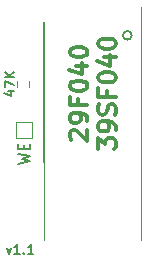
<source format=gbr>
G04 #@! TF.GenerationSoftware,KiCad,Pcbnew,(6.0.1-0)*
G04 #@! TF.CreationDate,2022-03-15T16:51:42-04:00*
G04 #@! TF.ProjectId,MBC1-TSOP32,4d424331-2d54-4534-9f50-33322e6b6963,rev?*
G04 #@! TF.SameCoordinates,Original*
G04 #@! TF.FileFunction,Legend,Top*
G04 #@! TF.FilePolarity,Positive*
%FSLAX46Y46*%
G04 Gerber Fmt 4.6, Leading zero omitted, Abs format (unit mm)*
G04 Created by KiCad (PCBNEW (6.0.1-0)) date 2022-03-15 16:51:42*
%MOMM*%
%LPD*%
G01*
G04 APERTURE LIST*
%ADD10C,0.200000*%
%ADD11C,0.150000*%
%ADD12C,0.300000*%
%ADD13C,0.120000*%
%ADD14C,0.100000*%
G04 APERTURE END LIST*
D10*
X117271652Y-50803349D02*
G75*
G03*
X117271652Y-50803349I-371652J0D01*
G01*
D11*
X106788571Y-55538571D02*
X107321904Y-55538571D01*
X106483809Y-55729047D02*
X107055238Y-55919523D01*
X107055238Y-55424285D01*
X106521904Y-55195714D02*
X106521904Y-54662380D01*
X107321904Y-55005238D01*
X107321904Y-54357619D02*
X106521904Y-54357619D01*
X107321904Y-53900476D02*
X106864761Y-54243333D01*
X106521904Y-53900476D02*
X106979047Y-54357619D01*
D12*
X112163928Y-59653571D02*
X112092500Y-59582142D01*
X112021071Y-59439285D01*
X112021071Y-59082142D01*
X112092500Y-58939285D01*
X112163928Y-58867857D01*
X112306785Y-58796428D01*
X112449642Y-58796428D01*
X112663928Y-58867857D01*
X113521071Y-59725000D01*
X113521071Y-58796428D01*
X113521071Y-58082142D02*
X113521071Y-57796428D01*
X113449642Y-57653571D01*
X113378214Y-57582142D01*
X113163928Y-57439285D01*
X112878214Y-57367857D01*
X112306785Y-57367857D01*
X112163928Y-57439285D01*
X112092500Y-57510714D01*
X112021071Y-57653571D01*
X112021071Y-57939285D01*
X112092500Y-58082142D01*
X112163928Y-58153571D01*
X112306785Y-58225000D01*
X112663928Y-58225000D01*
X112806785Y-58153571D01*
X112878214Y-58082142D01*
X112949642Y-57939285D01*
X112949642Y-57653571D01*
X112878214Y-57510714D01*
X112806785Y-57439285D01*
X112663928Y-57367857D01*
X112735357Y-56225000D02*
X112735357Y-56725000D01*
X113521071Y-56725000D02*
X112021071Y-56725000D01*
X112021071Y-56010714D01*
X112021071Y-55153571D02*
X112021071Y-55010714D01*
X112092500Y-54867857D01*
X112163928Y-54796428D01*
X112306785Y-54725000D01*
X112592500Y-54653571D01*
X112949642Y-54653571D01*
X113235357Y-54725000D01*
X113378214Y-54796428D01*
X113449642Y-54867857D01*
X113521071Y-55010714D01*
X113521071Y-55153571D01*
X113449642Y-55296428D01*
X113378214Y-55367857D01*
X113235357Y-55439285D01*
X112949642Y-55510714D01*
X112592500Y-55510714D01*
X112306785Y-55439285D01*
X112163928Y-55367857D01*
X112092500Y-55296428D01*
X112021071Y-55153571D01*
X112521071Y-53367857D02*
X113521071Y-53367857D01*
X111949642Y-53725000D02*
X113021071Y-54082142D01*
X113021071Y-53153571D01*
X112021071Y-52296428D02*
X112021071Y-52153571D01*
X112092500Y-52010714D01*
X112163928Y-51939285D01*
X112306785Y-51867857D01*
X112592500Y-51796428D01*
X112949642Y-51796428D01*
X113235357Y-51867857D01*
X113378214Y-51939285D01*
X113449642Y-52010714D01*
X113521071Y-52153571D01*
X113521071Y-52296428D01*
X113449642Y-52439285D01*
X113378214Y-52510714D01*
X113235357Y-52582142D01*
X112949642Y-52653571D01*
X112592500Y-52653571D01*
X112306785Y-52582142D01*
X112163928Y-52510714D01*
X112092500Y-52439285D01*
X112021071Y-52296428D01*
X114436071Y-60439285D02*
X114436071Y-59510714D01*
X115007500Y-60010714D01*
X115007500Y-59796428D01*
X115078928Y-59653571D01*
X115150357Y-59582142D01*
X115293214Y-59510714D01*
X115650357Y-59510714D01*
X115793214Y-59582142D01*
X115864642Y-59653571D01*
X115936071Y-59796428D01*
X115936071Y-60225000D01*
X115864642Y-60367857D01*
X115793214Y-60439285D01*
X115936071Y-58796428D02*
X115936071Y-58510714D01*
X115864642Y-58367857D01*
X115793214Y-58296428D01*
X115578928Y-58153571D01*
X115293214Y-58082142D01*
X114721785Y-58082142D01*
X114578928Y-58153571D01*
X114507500Y-58225000D01*
X114436071Y-58367857D01*
X114436071Y-58653571D01*
X114507500Y-58796428D01*
X114578928Y-58867857D01*
X114721785Y-58939285D01*
X115078928Y-58939285D01*
X115221785Y-58867857D01*
X115293214Y-58796428D01*
X115364642Y-58653571D01*
X115364642Y-58367857D01*
X115293214Y-58225000D01*
X115221785Y-58153571D01*
X115078928Y-58082142D01*
X115864642Y-57510714D02*
X115936071Y-57296428D01*
X115936071Y-56939285D01*
X115864642Y-56796428D01*
X115793214Y-56725000D01*
X115650357Y-56653571D01*
X115507500Y-56653571D01*
X115364642Y-56725000D01*
X115293214Y-56796428D01*
X115221785Y-56939285D01*
X115150357Y-57225000D01*
X115078928Y-57367857D01*
X115007500Y-57439285D01*
X114864642Y-57510714D01*
X114721785Y-57510714D01*
X114578928Y-57439285D01*
X114507500Y-57367857D01*
X114436071Y-57225000D01*
X114436071Y-56867857D01*
X114507500Y-56653571D01*
X115150357Y-55510714D02*
X115150357Y-56010714D01*
X115936071Y-56010714D02*
X114436071Y-56010714D01*
X114436071Y-55296428D01*
X114436071Y-54439285D02*
X114436071Y-54296428D01*
X114507500Y-54153571D01*
X114578928Y-54082142D01*
X114721785Y-54010714D01*
X115007500Y-53939285D01*
X115364642Y-53939285D01*
X115650357Y-54010714D01*
X115793214Y-54082142D01*
X115864642Y-54153571D01*
X115936071Y-54296428D01*
X115936071Y-54439285D01*
X115864642Y-54582142D01*
X115793214Y-54653571D01*
X115650357Y-54725000D01*
X115364642Y-54796428D01*
X115007500Y-54796428D01*
X114721785Y-54725000D01*
X114578928Y-54653571D01*
X114507500Y-54582142D01*
X114436071Y-54439285D01*
X114936071Y-52653571D02*
X115936071Y-52653571D01*
X114364642Y-53010714D02*
X115436071Y-53367857D01*
X115436071Y-52439285D01*
X114436071Y-51582142D02*
X114436071Y-51439285D01*
X114507500Y-51296428D01*
X114578928Y-51225000D01*
X114721785Y-51153571D01*
X115007500Y-51082142D01*
X115364642Y-51082142D01*
X115650357Y-51153571D01*
X115793214Y-51225000D01*
X115864642Y-51296428D01*
X115936071Y-51439285D01*
X115936071Y-51582142D01*
X115864642Y-51725000D01*
X115793214Y-51796428D01*
X115650357Y-51867857D01*
X115364642Y-51939285D01*
X115007500Y-51939285D01*
X114721785Y-51867857D01*
X114578928Y-51796428D01*
X114507500Y-51725000D01*
X114436071Y-51582142D01*
D11*
X107662380Y-61680952D02*
X108662380Y-61442857D01*
X107948095Y-61252380D01*
X108662380Y-61061904D01*
X107662380Y-60823809D01*
X108138571Y-60442857D02*
X108138571Y-60109523D01*
X108662380Y-59966666D02*
X108662380Y-60442857D01*
X107662380Y-60442857D01*
X107662380Y-59966666D01*
X106682142Y-68778571D02*
X106872619Y-69311904D01*
X107063095Y-68778571D01*
X107786904Y-69311904D02*
X107329761Y-69311904D01*
X107558333Y-69311904D02*
X107558333Y-68511904D01*
X107482142Y-68626190D01*
X107405952Y-68702380D01*
X107329761Y-68740476D01*
X108129761Y-69235714D02*
X108167857Y-69273809D01*
X108129761Y-69311904D01*
X108091666Y-69273809D01*
X108129761Y-69235714D01*
X108129761Y-69311904D01*
X108929761Y-69311904D02*
X108472619Y-69311904D01*
X108701190Y-69311904D02*
X108701190Y-68511904D01*
X108625000Y-68626190D01*
X108548809Y-68702380D01*
X108472619Y-68740476D01*
D13*
G04 #@! TO.C,REF\u002A\u002A*
X107430000Y-58130000D02*
X108830000Y-58130000D01*
X108830000Y-58130000D02*
X108830000Y-59530000D01*
X108830000Y-59530000D02*
X107430000Y-59530000D01*
X107430000Y-59530000D02*
X107430000Y-58130000D01*
D14*
X118045000Y-68100000D02*
X118045000Y-48700000D01*
D13*
X109805000Y-49700000D02*
X109805000Y-68100000D01*
X107527500Y-55194724D02*
X107527500Y-54685276D01*
X108572500Y-55194724D02*
X108572500Y-54685276D01*
X109765000Y-55600000D02*
X109765000Y-61500000D01*
X118085000Y-55600000D02*
X118085000Y-61500000D01*
X118085000Y-55600000D02*
X118085000Y-48400000D01*
X109765000Y-55600000D02*
X109765000Y-49700000D01*
G04 #@! TD*
M02*

</source>
